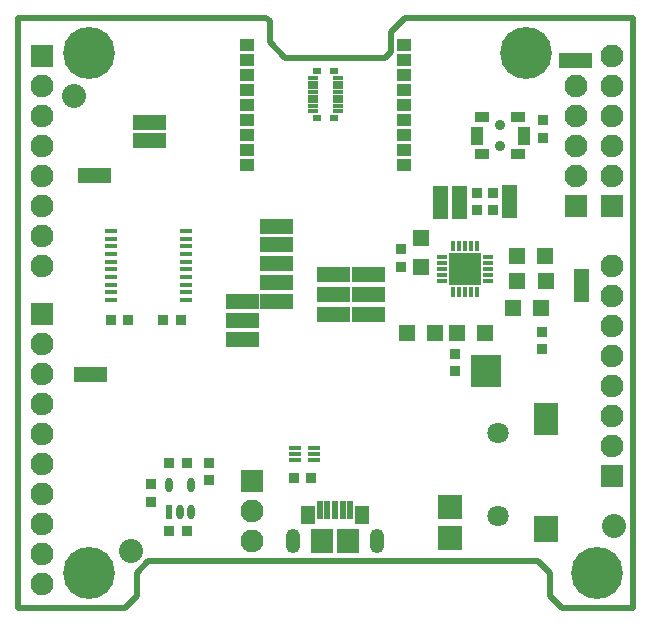
<source format=gbr>
G04 ================== begin FILE IDENTIFICATION RECORD ==================*
G04 Layout Name:  STEVAL-STLCX01V1.brd*
G04 Film Name:    STEVAL-STLCX01V1-09SMT.GBR*
G04 File Format:  Gerber RS274X*
G04 File Origin:  Cadence Allegro 16.5-P002*
G04 Origin Date:  Mon May 16 11:09:18 2016*
G04 *
G04 Layer:  VIA CLASS/SOLDERMASK_TOP*
G04 Layer:  PIN/SOLDERMASK_TOP*
G04 Layer:  PACKAGE GEOMETRY/SOLDERMASK_TOP*
G04 Layer:  BOARD GEOMETRY/TOOLING_CORNERS*
G04 Layer:  BOARD GEOMETRY/SOLDERMASK_TOP*
G04 *
G04 Offset:    (0.0000 0.0000)*
G04 Mirror:    No*
G04 Mode:      Positive*
G04 Rotation:  0*
G04 FullContactRelief:  No*
G04 UndefLineWidth:     0.0000*
G04 ================== end FILE IDENTIFICATION RECORD ====================*
%FSLAX25Y25*MOMM*%
%IR0*IPPOS*OFA0.00000B0.00000*MIA0B0*SFA1.00000B1.00000*%
%ADD16R,1.1X.3*%
%ADD34R,1.25X.85*%
%ADD38C,.9*%
%ADD22R,1.3X.99*%
%ADD21R,1.1176X.4064*%
%ADD24R,.5588X1.6002*%
%ADD15R,.8636X.8636*%
%ADD19O,1.2X2.1*%
%ADD27R,2.1X2.*%
%ADD36R,2.1X2.2*%
%ADD18O,.5989X1.1989*%
%ADD17R,.5989X1.1989*%
%ADD37R,2.1X2.7*%
%ADD33R,1.05X1.5*%
%ADD20R,1.3X1.6*%
%ADD29R,2.6X2.7*%
%ADD13C,2.032*%
%ADD35C,1.8*%
%ADD14C,0.0*%
%ADD28R,1.4X1.4*%
%ADD23R,1.85X2.0066*%
%ADD32R,.38X.95*%
%ADD31R,.95X.38*%
%ADD30R,2.8X2.8*%
%ADD25R,.74X.59*%
%ADD10C,1.9304*%
%ADD12C,4.3942*%
%ADD11R,1.9304X1.9304*%
%ADD26R,.8382X.3456*%
%ADD39C,.5*%
G75*
%LPD*%
G75*
G36*
G01X749700Y1916500D02*
Y2043500D01*
X470300D01*
Y1916500D01*
X749700D01*
G37*
G36*
G01X779700Y3596500D02*
Y3723500D01*
X500300D01*
Y3596500D01*
X779700D01*
G37*
G36*
G01X1249700Y3896500D02*
Y4023500D01*
X970300D01*
Y3896500D01*
X1249700D01*
G37*
G36*
G01X970300Y4173500D02*
Y4046500D01*
X1249700D01*
Y4173500D01*
X970300D01*
G37*
G36*
G01X2039700Y2211500D02*
Y2338500D01*
X1760300D01*
Y2211500D01*
X2039700D01*
G37*
G36*
G01X1760300Y2498500D02*
Y2371500D01*
X2039700D01*
Y2498500D01*
X1760300D01*
G37*
G36*
G01X2045300Y3298500D02*
Y3171500D01*
X2324700D01*
Y3298500D01*
X2045300D01*
G37*
G36*
G01X2324700Y3011500D02*
Y3138500D01*
X2045300D01*
Y3011500D01*
X2324700D01*
G37*
G36*
G01X2045300Y2978500D02*
Y2851500D01*
X2324700D01*
Y2978500D01*
X2045300D01*
G37*
G36*
G01Y2818500D02*
Y2691500D01*
X2324700D01*
Y2818500D01*
X2045300D01*
G37*
G36*
G01Y2658500D02*
Y2531500D01*
X2324700D01*
Y2658500D01*
X2045300D01*
G37*
G36*
G01X1760300D02*
Y2531500D01*
X2039700D01*
Y2658500D01*
X1760300D01*
G37*
G36*
G01X3104700Y2421500D02*
Y2548500D01*
X2825300D01*
Y2421500D01*
X3104700D01*
G37*
G36*
G01X2804700D02*
Y2548500D01*
X2525300D01*
Y2421500D01*
X2804700D01*
G37*
G36*
G01X2525300Y2888500D02*
Y2761500D01*
X2804700D01*
Y2888500D01*
X2525300D01*
G37*
G36*
G01X3104700Y2761500D02*
Y2888500D01*
X2825300D01*
Y2761500D01*
X3104700D01*
G37*
G36*
G01Y2591500D02*
Y2718500D01*
X2825300D01*
Y2591500D01*
X3104700D01*
G37*
G36*
G01X2804700D02*
Y2718500D01*
X2525300D01*
Y2591500D01*
X2804700D01*
G37*
G36*
G01X3638500Y3574700D02*
X3511500D01*
Y3295300D01*
X3638500D01*
Y3574700D01*
G37*
G36*
G01X3798500D02*
X3671500D01*
Y3295300D01*
X3798500D01*
Y3574700D01*
G37*
G36*
G01X4701500Y2590300D02*
X4828500D01*
Y2869700D01*
X4701500D01*
Y2590300D01*
G37*
G36*
G01X4223500Y3579700D02*
X4096500D01*
Y3300300D01*
X4223500D01*
Y3579700D01*
G37*
G36*
G01X4859700Y4576500D02*
Y4703500D01*
X4580300D01*
Y4576500D01*
X4859700D01*
G37*
G54D10*
X200000Y207000D03*
Y461000D03*
Y715000D03*
Y969000D03*
Y1223000D03*
Y1477000D03*
Y1731000D03*
Y1985000D03*
Y2239000D03*
Y3153000D03*
Y2899000D03*
Y3915000D03*
Y3661000D03*
Y3407000D03*
Y4423000D03*
Y4169000D03*
X1980000Y566000D03*
Y820000D03*
X4720000Y3661000D03*
Y3915000D03*
Y4423000D03*
Y4169000D03*
X5026000Y1375000D03*
Y1629000D03*
Y1883000D03*
Y2137000D03*
Y2391000D03*
Y2645000D03*
Y2899000D03*
Y3661000D03*
Y3915000D03*
Y4169000D03*
Y4423000D03*
Y4677000D03*
G54D11*
X200000Y2493000D03*
Y4677000D03*
X1980000Y1074000D03*
X4720000Y3407000D03*
X5026000Y1121000D03*
Y3407000D03*
G54D20*
X2448000Y788000D03*
X2912000D03*
G54D12*
X600000Y300000D03*
Y4700000D03*
X4900000Y300000D03*
X4300000Y4700000D03*
G54D30*
X3780000Y2870000D03*
G54D21*
X2340000Y1255000D03*
Y1305000D03*
Y1355000D03*
X2500000D03*
Y1305000D03*
Y1255000D03*
G54D31*
X3977500Y2970000D03*
Y2920000D03*
Y2870000D03*
Y2820000D03*
Y2770000D03*
X3582500D03*
Y2820000D03*
Y2870000D03*
Y2920000D03*
Y2970000D03*
G54D13*
X955000Y485000D03*
X470000Y4335000D03*
X5040000Y695000D03*
G54D22*
X1935000Y3752000D03*
Y3879000D03*
Y4006000D03*
Y4133000D03*
Y4260000D03*
Y4387000D03*
Y4514000D03*
Y4641000D03*
Y4768000D03*
X3265000Y3879000D03*
Y3752000D03*
Y4641000D03*
Y4514000D03*
Y4387000D03*
Y4260000D03*
Y4133000D03*
Y4006000D03*
Y4768000D03*
G54D32*
X3880000Y2672500D03*
X3830000D03*
X3780000D03*
X3730000D03*
X3680000D03*
Y3067500D03*
X3730000D03*
X3780000D03*
X3830000D03*
X3880000D03*
G54D23*
X2792500Y565000D03*
X2567500D03*
G54D14*
X645000Y1370000D03*
Y2440000D03*
X465000Y2305000D03*
X555000Y2215000D03*
X905000Y2655000D03*
X877500Y3192500D03*
X637500Y2672500D03*
X630000Y2935000D03*
X620000Y3065000D03*
X877500Y3530000D03*
X1370000Y845000D03*
X1140000Y655000D03*
X1520000Y650000D03*
X1490000Y1365000D03*
X1175000Y1375000D03*
X1190000Y1140000D03*
X1610000Y985000D03*
X1190000Y1230000D03*
X1120000Y2440000D03*
X1030000Y2555000D03*
X1162000Y2738000D03*
X1312500Y2737500D03*
X1030000Y3960000D03*
X1312500Y3657500D03*
X1160000Y4295000D03*
X1024000Y4111000D03*
X2300000Y825000D03*
X2090000Y1260000D03*
X2175000Y1105000D03*
X1980000Y1540000D03*
X2230000Y1255000D03*
X2220000Y1425000D03*
X2360000Y2220000D03*
Y2600000D03*
X1982550Y2595000D03*
X2265000Y3075000D03*
X2255000Y2750000D03*
X2102450Y2762450D03*
X2025000Y3415000D03*
X2102450Y3235000D03*
X2057250Y4307750D03*
X3070000Y830000D03*
X2610000Y1280000D03*
X2790000Y985000D03*
X2910000Y970000D03*
X2507500Y990000D03*
X2690000Y1885000D03*
X3055000Y2342770D03*
X2540000Y1713000D03*
X2610000Y1815000D03*
X3155000Y1985000D03*
X2605000Y2482550D03*
X2585000Y2660000D03*
X2590000Y2825000D03*
X2747550Y2655000D03*
X2872500Y2822500D03*
X2745000Y2485000D03*
X3060000Y3435000D03*
X3155000Y3335000D03*
X2960000Y3415000D03*
X2700000Y3875000D03*
X2790000Y3752000D03*
X2600000Y4050000D03*
Y4335000D03*
X2872500Y4192500D03*
X3370000Y2190000D03*
Y1910000D03*
X3405000Y1775000D03*
X3475000Y2905000D03*
X3335000Y3010000D03*
X3405000Y3135000D03*
X3260000Y2475000D03*
X3870000Y3170000D03*
X3560000Y2590000D03*
X3780000Y2870000D03*
X3700000Y2950000D03*
X3695000Y2790000D03*
X3860000D03*
Y2950000D03*
X3735000Y3520000D03*
X3698000Y4133000D03*
X3405000Y4910000D03*
X4470000Y920000D03*
X4710000Y1655000D03*
X4255000Y1175000D03*
X4635000Y1980000D03*
X4250000D03*
X4350000Y2885000D03*
X4585000Y2880000D03*
X4015000Y3070000D03*
Y3371340D03*
X4558500Y4403500D03*
X4500000Y4260000D03*
G54D33*
X3880000Y4000000D03*
X4280000D03*
G54D15*
X928660Y2440000D03*
X781340D03*
X1423660Y650000D03*
X1276340D03*
X1120000Y901340D03*
X1615000Y1081340D03*
Y1228660D03*
X1423660Y1230000D03*
X1276340D03*
X1120000Y1048660D03*
X1373660Y2440000D03*
X1226340D03*
X2331340Y1100000D03*
X2478660D03*
X3695000Y2006340D03*
Y2153660D03*
X3240000Y2891340D03*
Y3038660D03*
X3880000Y3371340D03*
Y3518660D03*
X4430000Y2191340D03*
Y2338660D03*
X4015000Y3371340D03*
Y3518660D03*
X4440000Y3981340D03*
Y4128660D03*
G54D24*
X2550000Y830000D03*
X2615000D03*
X2680000D03*
X2745000D03*
X2810000D03*
G54D25*
X2530500Y4153000D03*
X2669500D03*
X2530500Y4547000D03*
X2669500D03*
G54D34*
X3927500Y3842500D03*
Y4157500D03*
X4232500Y3842500D03*
Y4157500D03*
G54D16*
X780000Y2607500D03*
Y2672500D03*
Y2737500D03*
Y2802500D03*
Y2867500D03*
Y2932500D03*
Y2997500D03*
Y3062500D03*
Y3127500D03*
Y3192500D03*
X1420000D03*
Y3127500D03*
Y3062500D03*
Y2997500D03*
Y2932500D03*
Y2867500D03*
Y2802500D03*
Y2737500D03*
Y2672500D03*
Y2607500D03*
G54D26*
X2491500Y4210000D03*
X2708500D03*
X2491500Y4250000D03*
X2708500D03*
X2491500Y4290000D03*
X2708500D03*
X2491500Y4330000D03*
X2708500D03*
X2491500Y4370000D03*
X2708500D03*
X2491500Y4410000D03*
X2708500D03*
X2491500Y4450000D03*
X2708500D03*
X2491500Y4490000D03*
X2708500D03*
G54D35*
X4060000Y780000D03*
Y1480000D03*
G54D17*
X1275000Y815000D03*
G54D18*
X1370000D03*
X1464990D03*
Y1045100D03*
X1275000Y1045000D03*
G54D36*
X4465000Y670000D03*
G54D27*
X3655000Y590000D03*
Y860000D03*
G54D28*
X3530000Y2330000D03*
X3290000D03*
X3950000D03*
X3710000D03*
X3405000Y3130000D03*
Y2890000D03*
X4185000Y2540000D03*
X4425000D03*
X4225000Y2770000D03*
X4465000D03*
X4220000Y2980000D03*
X4460000D03*
G54D37*
X4465000Y1600000D03*
G54D19*
X2322500Y565000D03*
X3037500D03*
G54D29*
X3955000Y2010000D03*
G54D38*
X4080000Y3910000D03*
Y4090000D03*
G54D39*
G01X5200000Y0D02*
Y5000000D01*
X3270000D01*
X3150000Y4880000D01*
Y4710000D01*
X3100000Y4660000D01*
X2260000D01*
X2130000Y4790000D01*
Y4970000D01*
X2100000Y5000000D01*
X0D01*
Y0D01*
X900000D01*
X1000000Y100000D01*
Y300000D01*
X1100000Y400000D01*
X4400000D01*
X4500000Y300000D01*
Y100000D01*
X4600000Y0D01*
X5200000D01*
M02*

</source>
